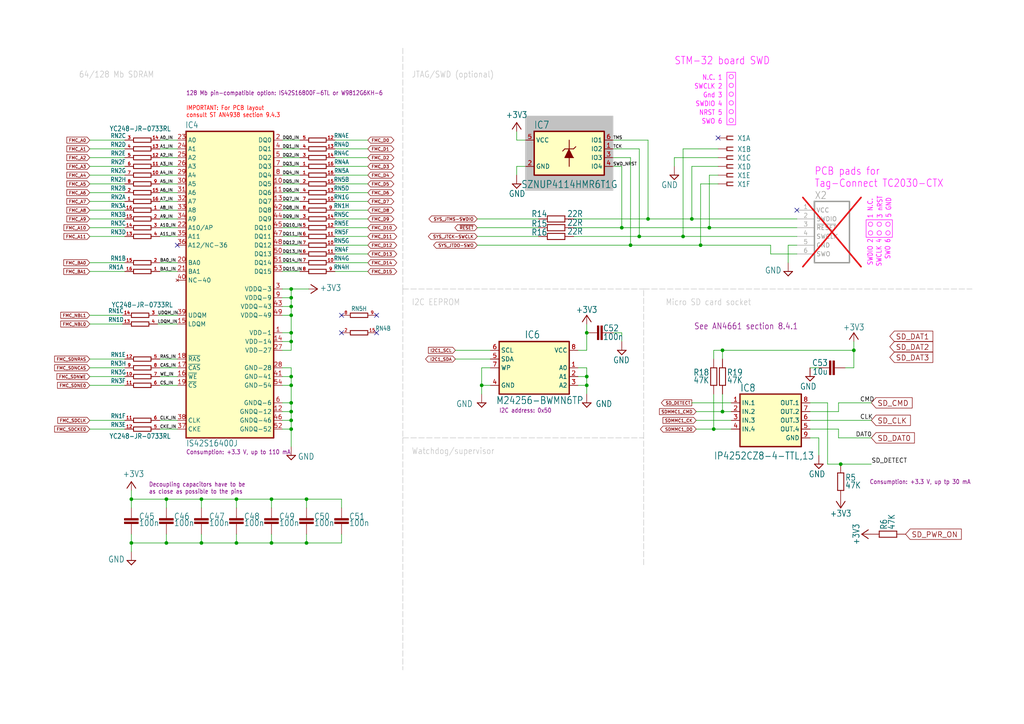
<source format=kicad_sch>
(kicad_sch (version 20230121) (generator eeschema)
  (paper "A4")
  (title_block (date "2023-12-07"))
  (junction (at 84.455 109.22))
  (junction (at 84.455 124.46))
  (junction (at 247.65 101.6))
  (junction (at 58.42 157.48))
  (junction (at 84.455 88.9))
  (junction (at 170.18 109.22))
  (junction (at 84.455 116.84))
  (junction (at 203.2 71.12))
  (junction (at 209.55 101.6))
  (junction (at 84.455 96.52))
  (junction (at 84.455 83.82))
  (junction (at 207.01 124.46))
  (junction (at 170.18 111.76))
  (junction (at 84.455 119.38))
  (junction (at 48.26 144.78))
  (junction (at 84.455 86.36))
  (junction (at 48.26 157.48))
  (junction (at 205.74 66.04))
  (junction (at 139.7 111.76))
  (junction (at 84.455 111.76))
  (junction (at 84.455 99.06))
  (junction (at 185.42 68.58))
  (junction (at 200.66 63.5))
  (junction (at 88.9 144.78))
  (junction (at 68.58 157.48))
  (junction (at 170.18 96.52))
  (junction (at 209.55 119.38))
  (junction (at 88.9 157.48))
  (junction (at 38.1 157.48))
  (junction (at 84.455 91.44))
  (junction (at 78.74 157.48))
  (junction (at 68.58 144.78))
  (junction (at 198.12 68.58))
  (junction (at 187.96 63.5))
  (junction (at 180.34 66.04))
  (junction (at 84.455 121.92))
  (junction (at 243.84 134.62))
  (junction (at 78.74 144.78))
  (junction (at 182.88 71.12))
  (junction (at 58.42 144.78))
  (junction (at 38.1 144.78))
  (no_connect (at 51.435 71.12))
  (no_connect (at 109.22 96.52))
  (no_connect (at 99.06 91.44))
  (no_connect (at 99.06 96.52))
  (no_connect (at 231.14 60.96))
  (no_connect (at 109.22 91.44))
  (no_connect (at 208.28 40.005))
  (wire (pts (xy 48.895 109.22) (xy 51.435 109.22)) (stroke (width 0.1524)))
  (wire (pts (xy 26.035 53.34) (xy 36.195 53.34)))
  (wire (pts (xy 46.355 48.26) (xy 51.435 48.26)) (stroke (width 0.1524)))
  (wire (pts (xy 48.26 157.48) (xy 48.26 154.94)) (stroke (width 0.1524)))
  (wire (pts (xy 106.68 45.72) (xy 97.155 45.72)) (stroke (width 0.1524)))
  (wire (pts (xy 167.64 109.22) (xy 170.18 109.22)) (stroke (width 0.1524)))
  (wire (pts (xy 46.355 45.72) (xy 51.435 45.72)) (stroke (width 0.1524)))
  (polyline (pts (xy 186.69 163.83) (xy 186.69 127)) (stroke (width 0.1524) (type dash) (color 194 194 194 1)))
  (wire (pts (xy 84.455 86.36) (xy 84.455 88.9)) (stroke (width 0.1524)))
  (wire (pts (xy 48.26 124.46) (xy 51.435 124.46)) (stroke (width 0.1524)))
  (wire (pts (xy 177.8 43.18) (xy 185.42 43.18)) (stroke (width 0.1524)))
  (wire (pts (xy 84.455 83.82) (xy 89.535 83.82)) (stroke (width 0.1524)))
  (wire (pts (xy 38.1 157.48) (xy 48.26 157.48)) (stroke (width 0.1524)))
  (wire (pts (xy 203.2 53.34) (xy 203.2 71.12)) (stroke (width 0.1524)))
  (wire (pts (xy 88.9 144.78) (xy 88.9 147.32)) (stroke (width 0.1524)))
  (wire (pts (xy 201.93 121.92) (xy 212.09 121.92)))
  (wire (pts (xy 247.65 106.68) (xy 245.11 106.68)) (stroke (width 0.1524)))
  (wire (pts (xy 177.8 45.72) (xy 182.88 45.72)) (stroke (width 0.1524)))
  (wire (pts (xy 81.915 83.82) (xy 84.455 83.82)) (stroke (width 0.1524)))
  (wire (pts (xy 46.355 50.8) (xy 51.435 50.8)) (stroke (width 0.1524)))
  (wire (pts (xy 86.995 73.66) (xy 81.915 73.66)) (stroke (width 0.1524)))
  (wire (pts (xy 106.68 50.8) (xy 97.155 50.8)) (stroke (width 0.1524)))
  (wire (pts (xy 106.68 76.2) (xy 97.155 76.2)) (stroke (width 0.1524)))
  (wire (pts (xy 195.58 45.72) (xy 195.58 48.26)) (stroke (width 0.1524)))
  (wire (pts (xy 86.995 53.34) (xy 81.915 53.34)) (stroke (width 0.1524)))
  (wire (pts (xy 45.72 93.98) (xy 51.435 93.98)) (stroke (width 0.1524)))
  (wire (pts (xy 46.355 66.04) (xy 51.435 66.04)) (stroke (width 0.1524)))
  (wire (pts (xy 106.68 63.5) (xy 97.155 63.5)) (stroke (width 0.1524)))
  (wire (pts (xy 86.995 58.42) (xy 81.915 58.42)) (stroke (width 0.1524)))
  (wire (pts (xy 46.355 40.64) (xy 51.435 40.64)))
  (wire (pts (xy 38.1 157.48) (xy 38.1 154.94)) (stroke (width 0.1524)))
  (wire (pts (xy 46.355 124.46) (xy 48.26 124.46)))
  (wire (pts (xy 106.68 73.66) (xy 97.155 73.66)) (stroke (width 0.1524)))
  (wire (pts (xy 223.52 73.66) (xy 231.14 73.66)) (stroke (width 0.1524)))
  (wire (pts (xy 209.55 119.38) (xy 212.09 119.38)))
  (wire (pts (xy 209.55 104.14) (xy 209.55 101.6)) (stroke (width 0.1524)))
  (wire (pts (xy 86.995 60.96) (xy 81.915 60.96)) (stroke (width 0.1524)))
  (wire (pts (xy 81.915 96.52) (xy 84.455 96.52)) (stroke (width 0.1524)))
  (wire (pts (xy 99.06 157.48) (xy 99.06 154.94)) (stroke (width 0.1524)))
  (wire (pts (xy 185.42 43.18) (xy 185.42 68.58)) (stroke (width 0.1524)))
  (wire (pts (xy 106.68 60.96) (xy 97.155 60.96)) (stroke (width 0.1524)))
  (wire (pts (xy 187.96 63.5) (xy 166.37 63.5)) (stroke (width 0.1524)))
  (wire (pts (xy 106.68 40.64) (xy 97.155 40.64)) (stroke (width 0.1524)))
  (wire (pts (xy 48.26 147.32) (xy 48.26 144.78)) (stroke (width 0.1524)))
  (wire (pts (xy 88.9 144.78) (xy 99.06 144.78)) (stroke (width 0.1524)))
  (wire (pts (xy 84.455 109.22) (xy 84.455 111.76)) (stroke (width 0.1524)))
  (wire (pts (xy 45.72 91.44) (xy 51.435 91.44)) (stroke (width 0.1524)))
  (wire (pts (xy 46.355 104.14) (xy 51.435 104.14)) (stroke (width 0.1524)))
  (wire (pts (xy 26.035 43.18) (xy 36.195 43.18)))
  (wire (pts (xy 106.68 53.34) (xy 97.155 53.34)) (stroke (width 0.1524)))
  (wire (pts (xy 86.995 68.58) (xy 81.915 68.58)) (stroke (width 0.1524)))
  (wire (pts (xy 84.455 99.06) (xy 84.455 101.6)) (stroke (width 0.1524)))
  (wire (pts (xy 177.8 96.52) (xy 180.34 96.52)) (stroke (width 0.1524)))
  (wire (pts (xy 252.73 116.84) (xy 243.205 116.84)))
  (wire (pts (xy 84.455 119.38) (xy 84.455 121.92)) (stroke (width 0.1524)))
  (wire (pts (xy 152.4 48.26) (xy 149.86 48.26)) (stroke (width 0.1524)))
  (wire (pts (xy 84.455 129.54) (xy 84.455 124.46)) (stroke (width 0.1524)))
  (wire (pts (xy 84.455 91.44) (xy 84.455 96.52)) (stroke (width 0.1524)))
  (wire (pts (xy 88.9 157.48) (xy 99.06 157.48)) (stroke (width 0.1524)))
  (wire (pts (xy 86.995 40.64) (xy 81.915 40.64)) (stroke (width 0.1524)))
  (wire (pts (xy 243.205 124.46) (xy 243.205 127)) (stroke (width 0.1524)))
  (wire (pts (xy 185.42 68.58) (xy 166.37 68.58)) (stroke (width 0.1524)))
  (wire (pts (xy 84.455 121.92) (xy 84.455 124.46)) (stroke (width 0.1524)))
  (wire (pts (xy 237.49 106.68) (xy 234.95 106.68)) (stroke (width 0.1524)))
  (wire (pts (xy 180.34 99.06) (xy 180.34 96.52)) (stroke (width 0.1524)))
  (wire (pts (xy 207.01 124.46) (xy 212.09 124.46)))
  (wire (pts (xy 198.12 43.18) (xy 198.12 68.58)) (stroke (width 0.1524)))
  (wire (pts (xy 203.2 71.12) (xy 182.88 71.12)) (stroke (width 0.1524)))
  (wire (pts (xy 26.035 63.5) (xy 36.195 63.5)))
  (wire (pts (xy 58.42 157.48) (xy 68.58 157.48)) (stroke (width 0.1524)))
  (wire (pts (xy 26.035 109.22) (xy 36.195 109.22)) (stroke (width 0.1524)))
  (wire (pts (xy 99.06 144.78) (xy 99.06 147.32)) (stroke (width 0.1524)))
  (wire (pts (xy 252.73 134.62) (xy 243.84 134.62)) (stroke (width 0.1524)))
  (wire (pts (xy 81.915 99.06) (xy 84.455 99.06)) (stroke (width 0.1524)))
  (wire (pts (xy 88.9 157.48) (xy 88.9 154.94)) (stroke (width 0.1524)))
  (wire (pts (xy 81.915 119.38) (xy 84.455 119.38)) (stroke (width 0.1524)))
  (wire (pts (xy 200.66 116.84) (xy 212.09 116.84)) (stroke (width 0.1524)))
  (polyline (pts (xy 116.84 127) (xy 186.69 127)) (stroke (width 0.1524) (type dash) (color 194 194 194 1)))
  (wire (pts (xy 81.915 109.22) (xy 84.455 109.22)) (stroke (width 0.1524)))
  (wire (pts (xy 26.035 124.46) (xy 36.195 124.46)) (stroke (width 0.1524)))
  (wire (pts (xy 26.035 111.76) (xy 36.195 111.76)) (stroke (width 0.1524)))
  (wire (pts (xy 149.86 40.64) (xy 149.86 38.1)) (stroke (width 0.1524)))
  (polyline (pts (xy 186.69 83.82) (xy 281.94 83.82)) (stroke (width 0.1524) (type dash) (color 194 194 194 1)))
  (wire (pts (xy 209.55 114.3) (xy 209.55 119.38)) (stroke (width 0.1524)))
  (wire (pts (xy 243.84 134.62) (xy 240.03 134.62)) (stroke (width 0.1524)))
  (wire (pts (xy 78.74 147.32) (xy 78.74 144.78)) (stroke (width 0.1524)))
  (wire (pts (xy 170.18 114.3) (xy 170.18 111.76)) (stroke (width 0.1524)))
  (wire (pts (xy 180.34 66.04) (xy 166.37 66.04)) (stroke (width 0.1524)))
  (wire (pts (xy 48.26 78.74) (xy 51.435 78.74)) (stroke (width 0.1524)))
  (wire (pts (xy 209.55 119.38) (xy 201.93 119.38)) (stroke (width 0.1524)))
  (wire (pts (xy 86.995 76.2) (xy 81.915 76.2)) (stroke (width 0.1524)))
  (wire (pts (xy 231.14 71.12) (xy 228.6 71.12)) (stroke (width 0.1524)))
  (wire (pts (xy 78.74 157.48) (xy 78.74 154.94)) (stroke (width 0.1524)))
  (wire (pts (xy 78.74 144.78) (xy 88.9 144.78)) (stroke (width 0.1524)))
  (wire (pts (xy 46.355 68.58) (xy 51.435 68.58)) (stroke (width 0.1524)))
  (wire (pts (xy 78.74 157.48) (xy 88.9 157.48)) (stroke (width 0.1524)))
  (wire (pts (xy 209.55 101.6) (xy 207.01 101.6)) (stroke (width 0.1524)))
  (polyline (pts (xy 116.84 83.82) (xy 116.84 127)) (stroke (width 0.1524) (type dash) (color 194 194 194 1)))
  (wire (pts (xy 207.01 124.46) (xy 201.93 124.46)) (stroke (width 0.1524)))
  (wire (pts (xy 81.915 116.84) (xy 84.455 116.84)) (stroke (width 0.1524)))
  (wire (pts (xy 26.035 60.96) (xy 36.195 60.96)))
  (wire (pts (xy 205.74 50.8) (xy 205.74 66.04)) (stroke (width 0.1524)))
  (wire (pts (xy 86.995 55.88) (xy 81.915 55.88)) (stroke (width 0.1524)))
  (wire (pts (xy 58.42 157.48) (xy 58.42 154.94)) (stroke (width 0.1524)))
  (wire (pts (xy 81.915 106.68) (xy 84.455 106.68)) (stroke (width 0.1524)))
  (wire (pts (xy 106.68 71.12) (xy 97.155 71.12)) (stroke (width 0.1524)))
  (wire (pts (xy 46.355 60.96) (xy 51.435 60.96)) (stroke (width 0.1524)))
  (wire (pts (xy 84.455 88.9) (xy 84.455 91.44)) (stroke (width 0.1524)))
  (wire (pts (xy 46.355 111.76) (xy 47.625 111.76)))
  (wire (pts (xy 86.995 50.8) (xy 81.915 50.8)) (stroke (width 0.1524)))
  (wire (pts (xy 68.58 144.78) (xy 78.74 144.78)) (stroke (width 0.1524)))
  (wire (pts (xy 106.68 43.18) (xy 97.155 43.18)) (stroke (width 0.1524)))
  (wire (pts (xy 26.035 68.58) (xy 36.195 68.58)))
  (wire (pts (xy 81.915 48.26) (xy 86.995 48.26)) (stroke (width 0.1524)))
  (wire (pts (xy 36.195 121.92) (xy 26.035 121.92)) (stroke (width 0.1524)))
  (wire (pts (xy 46.355 63.5) (xy 51.435 63.5)))
  (wire (pts (xy 234.95 124.46) (xy 243.205 124.46)))
  (wire (pts (xy 81.915 121.92) (xy 84.455 121.92)) (stroke (width 0.1524)))
  (wire (pts (xy 177.8 48.26) (xy 180.34 48.26)) (stroke (width 0.1524)))
  (wire (pts (xy 86.995 63.5) (xy 81.915 63.5)) (stroke (width 0.1524)))
  (wire (pts (xy 106.68 55.88) (xy 97.155 55.88)) (stroke (width 0.1524)))
  (wire (pts (xy 58.42 144.78) (xy 68.58 144.78)) (stroke (width 0.1524)))
  (wire (pts (xy 156.21 66.04) (xy 138.43 66.04)) (stroke (width 0.1524)))
  (wire (pts (xy 240.03 116.84) (xy 240.03 134.62)) (stroke (width 0.1524)))
  (wire (pts (xy 26.035 50.8) (xy 36.195 50.8)))
  (wire (pts (xy 208.28 45.72) (xy 195.58 45.72)) (stroke (width 0.1524)))
  (wire (pts (xy 84.455 116.84) (xy 84.455 119.38)) (stroke (width 0.1524)))
  (wire (pts (xy 38.1 160.02) (xy 38.1 157.48)) (stroke (width 0.1524)))
  (wire (pts (xy 48.26 144.78) (xy 58.42 144.78)) (stroke (width 0.1524)))
  (wire (pts (xy 205.74 66.04) (xy 180.34 66.04)) (stroke (width 0.1524)))
  (wire (pts (xy 68.58 157.48) (xy 68.58 154.94)) (stroke (width 0.1524)))
  (wire (pts (xy 97.155 48.26) (xy 106.68 48.26)) (stroke (width 0.1524)))
  (wire (pts (xy 170.18 101.6) (xy 167.64 101.6)) (stroke (width 0.1524)))
  (wire (pts (xy 139.7 106.68) (xy 139.7 111.76)) (stroke (width 0.1524)))
  (wire (pts (xy 84.455 124.46) (xy 81.915 124.46)) (stroke (width 0.1524)))
  (wire (pts (xy 142.24 104.14) (xy 132.08 104.14)) (stroke (width 0.1524)))
  (wire (pts (xy 209.55 101.6) (xy 247.65 101.6)) (stroke (width 0.1524)))
  (wire (pts (xy 170.18 93.98) (xy 170.18 96.52)) (stroke (width 0.1524)))
  (wire (pts (xy 247.65 101.6) (xy 247.65 99.06)) (stroke (width 0.1524)))
  (wire (pts (xy 26.035 55.88) (xy 36.195 55.88)))
  (wire (pts (xy 26.035 40.64) (xy 36.195 40.64)))
  (wire (pts (xy 46.355 106.68) (xy 51.435 106.68)) (stroke (width 0.1524)))
  (wire (pts (xy 170.18 111.76) (xy 167.64 111.76)) (stroke (width 0.1524)))
  (wire (pts (xy 81.915 88.9) (xy 84.455 88.9)) (stroke (width 0.1524)))
  (wire (pts (xy 81.915 86.36) (xy 84.455 86.36)) (stroke (width 0.1524)))
  (wire (pts (xy 208.28 43.18) (xy 198.12 43.18)) (stroke (width 0.1524)))
  (wire (pts (xy 86.995 43.18) (xy 81.915 43.18)) (stroke (width 0.1524)))
  (wire (pts (xy 26.035 45.72) (xy 36.195 45.72)))
  (wire (pts (xy 106.68 58.42) (xy 97.155 58.42)) (stroke (width 0.1524)))
  (wire (pts (xy 180.34 48.26) (xy 180.34 66.04)) (stroke (width 0.1524)))
  (wire (pts (xy 234.95 121.92) (xy 252.73 121.92)) (stroke (width 0.1524)))
  (wire (pts (xy 243.205 119.38) (xy 234.95 119.38)))
  (wire (pts (xy 177.8 40.64) (xy 187.96 40.64)) (stroke (width 0.1524)))
  (wire (pts (xy 26.035 104.14) (xy 36.195 104.14)) (stroke (width 0.1524)))
  (wire (pts (xy 26.035 66.04) (xy 36.195 66.04)))
  (polyline (pts (xy 186.69 127) (xy 186.69 83.82)) (stroke (width 0.1524) (type dash) (color 194 194 194 1)))
  (wire (pts (xy 36.195 106.68) (xy 26.035 106.68)) (stroke (width 0.1524)))
  (wire (pts (xy 231.14 63.5) (xy 200.66 63.5)) (stroke (width 0.1524)))
  (wire (pts (xy 86.995 78.74) (xy 81.915 78.74)) (stroke (width 0.1524)))
  (wire (pts (xy 46.355 53.34) (xy 51.435 53.34)) (stroke (width 0.1524)))
  (wire (pts (xy 68.58 157.48) (xy 78.74 157.48)) (stroke (width 0.1524)))
  (wire (pts (xy 106.68 78.74) (xy 97.155 78.74)) (stroke (width 0.1524)))
  (wire (pts (xy 35.56 93.98) (xy 26.035 93.98)) (stroke (width 0.1524)))
  (wire (pts (xy 46.355 109.22) (xy 48.895 109.22)))
  (wire (pts (xy 149.86 48.26) (xy 149.86 50.8)) (stroke (width 0.1524)))
  (wire (pts (xy 35.56 91.44) (xy 26.035 91.44)) (stroke (width 0.1524)))
  (wire (pts (xy 142.24 101.6) (xy 132.08 101.6)) (stroke (width 0.1524)))
  (wire (pts (xy 26.035 58.42) (xy 36.195 58.42)))
  (wire (pts (xy 84.455 101.6) (xy 81.915 101.6)) (stroke (width 0.1524)))
  (wire (pts (xy 38.1 144.78) (xy 38.1 142.24)) (stroke (width 0.1524)))
  (wire (pts (xy 207.01 101.6) (xy 207.01 104.14)) (stroke (width 0.1524)))
  (wire (pts (xy 207.01 114.3) (xy 207.01 124.46)) (stroke (width 0.1524)))
  (wire (pts (xy 86.995 45.72) (xy 81.915 45.72)) (stroke (width 0.1524)))
  (wire (pts (xy 47.625 111.76) (xy 51.435 111.76)) (stroke (width 0.1524)))
  (wire (pts (xy 208.28 53.34) (xy 203.2 53.34)) (stroke (width 0.1524)))
  (wire (pts (xy 58.42 147.32) (xy 58.42 144.78)) (stroke (width 0.1524)))
  (wire (pts (xy 84.455 96.52) (xy 84.455 99.06)) (stroke (width 0.1524)))
  (wire (pts (xy 84.455 111.76) (xy 84.455 116.84)) (stroke (width 0.1524)))
  (wire (pts (xy 86.995 66.04) (xy 81.915 66.04)) (stroke (width 0.1524)))
  (wire (pts (xy 231.14 68.58) (xy 198.12 68.58)) (stroke (width 0.1524)))
  (wire (pts (xy 152.4 40.64) (xy 149.86 40.64)) (stroke (width 0.1524)))
  (wire (pts (xy 156.21 68.58) (xy 138.43 68.58)) (stroke (width 0.1524)))
  (wire (pts (xy 203.2 71.12) (xy 223.52 71.12)) (stroke (width 0.1524)))
  (polyline (pts (xy 116.84 83.82) (xy 186.69 83.82)) (stroke (width 0.1524) (type dash) (color 194 194 194 1)))
  (wire (pts (xy 170.18 106.68) (xy 170.18 109.22)) (stroke (width 0.1524)))
  (wire (pts (xy 48.26 157.48) (xy 58.42 157.48)) (stroke (width 0.1524)))
  (wire (pts (xy 142.24 111.76) (xy 139.7 111.76)) (stroke (width 0.1524)))
  (wire (pts (xy 106.68 66.04) (xy 97.155 66.04)) (stroke (width 0.1524)))
  (wire (pts (xy 38.1 144.78) (xy 48.26 144.78)) (stroke (width 0.1524)))
  (wire (pts (xy 84.455 106.68) (xy 84.455 109.22)) (stroke (width 0.1524)))
  (wire (pts (xy 26.035 78.74) (xy 36.195 78.74)) (stroke (width 0.1524)))
  (wire (pts (xy 182.88 71.12) (xy 138.43 71.12)) (stroke (width 0.1524)))
  (wire (pts (xy 84.455 83.82) (xy 84.455 86.36)) (stroke (width 0.1524)))
  (polyline (pts (xy 116.84 127) (xy 116.84 194.31)) (stroke (width 0.1524) (type dash) (color 194 194 194 1)))
  (polyline (pts (xy 116.84 13.97) (xy 116.84 83.82)) (stroke (width 0.1524) (type dash) (color 194 194 194 1)))
  (wire (pts (xy 200.66 63.5) (xy 187.96 63.5)) (stroke (width 0.1524)))
  (wire (pts (xy 139.7 106.68) (xy 142.24 106.68)) (stroke (width 0.1524)))
  (wire (pts (xy 247.65 106.68) (xy 247.65 101.6)) (stroke (width 0.1524)))
  (wire (pts (xy 234.95 127) (xy 237.49 127)) (stroke (width 0.1524)))
  (wire (pts (xy 237.49 127) (xy 237.49 132.08)) (stroke (width 0.1524)))
  (wire (pts (xy 252.73 127) (xy 243.205 127)) (stroke (width 0.1524)))
  (wire (pts (xy 234.95 116.84) (xy 240.03 116.84)) (stroke (width 0.1524)))
  (wire (pts (xy 198.12 68.58) (xy 185.42 68.58)) (stroke (width 0.1524)))
  (wire (pts (xy 208.28 48.26) (xy 200.66 48.26)) (stroke (width 0.1524)))
  (wire (pts (xy 139.7 111.76) (xy 139.7 114.3)) (stroke (width 0.1524)))
  (wire (pts (xy 228.6 71.12) (xy 228.6 76.2)) (stroke (width 0.1524)))
  (wire (pts (xy 170.18 109.22) (xy 170.18 111.76)) (stroke (width 0.1524)))
  (wire (pts (xy 46.355 55.88) (xy 51.435 55.88)))
  (wire (pts (xy 243.205 116.84) (xy 243.205 119.38)))
  (wire (pts (xy 46.355 43.18) (xy 51.435 43.18)))
  (wire (pts (xy 38.1 147.32) (xy 38.1 144.78)) (stroke (width 0.1524)))
  (wire (pts (xy 26.035 76.2) (xy 36.195 76.2)) (stroke (width 0.1524)))
  (wire (pts (xy 81.915 111.76) (xy 84.455 111.76)) (stroke (width 0.1524)))
  (wire (pts (xy 200.66 48.26) (xy 200.66 63.5)) (stroke (width 0.1524)))
  (wire (pts (xy 46.355 58.42) (xy 51.435 58.42)))
  (wire (pts (xy 81.915 91.44) (xy 84.455 91.44)) (stroke (width 0.1524)))
  (wire (pts (xy 167.64 106.68) (xy 170.18 106.68)) (stroke (width 0.1524)))
  (wire (pts (xy 182.88 45.72) (xy 182.88 71.12)) (stroke (width 0.1524)))
  (wire (pts (xy 223.52 71.12) (xy 223.52 73.66)) (stroke (width 0.1524)))
  (wire (pts (xy 68.58 147.32) (xy 68.58 144.78)) (stroke (width 0.1524)))
  (wire (pts (xy 46.355 76.2) (xy 51.435 76.2)) (stroke (width 0.1524)))
  (wire (pts (xy 156.21 63.5) (xy 138.43 63.5)) (stroke (width 0.1524)))
  (wire (pts (xy 208.28 50.8) (xy 205.74 50.8)) (stroke (width 0.1524)))
  (wire (pts (xy 46.355 121.92) (xy 51.435 121.92)) (stroke (width 0.1524)))
  (wire (pts (xy 187.96 40.64) (xy 187.96 63.5)) (stroke (width 0.1524)))
  (wire (pts (xy 26.035 48.26) (xy 36.195 48.26)))
  (wire (pts (xy 170.18 96.52) (xy 170.18 101.6)) (stroke (width 0.1524)))
  (wire (pts (xy 106.68 68.58) (xy 97.155 68.58)) (stroke (width 0.1524)))
  (wire (pts (xy 205.74 66.04) (xy 231.14 66.04)) (stroke (width 0.1524)))
  (wire (pts (xy 86.995 71.12) (xy 81.915 71.12)) (stroke (width 0.1524)))
  (wire (pts (xy 46.355 78.74) (xy 48.26 78.74)))
  (rectangle (start 251.206 63.754) (end 258.826 68.834) (stroke (width 0) (color 255 0 255 1)))
  (circle (center 212.09 22.225) (radius 0.635) (stroke (width 0.1524) (color 255 0 255 1)))
  (rectangle (start 210.82 20.955) (end 213.36 36.195) (stroke (width 0) (color 255 0 255 1)))
  (circle (center 212.09 29.845) (radius 0.635) (stroke (width 0.1524) (color 255 0 255 1)))
  (circle (center 212.09 24.765) (radius 0.635) (stroke (width 0.1524) (color 255 0 255 1)))
  (circle (center 255.016 65.024) (radius 0.635) (stroke (width 0.1524) (color 255 0 255 1)))
  (circle (center 255.016 67.564) (radius 0.635) (stroke (width 0.1524) (color 255 0 255 1)))
  (circle (center 257.556 67.564) (radius 0.635) (stroke (width 0.1524) (color 255 0 255 1)))
  (circle (center 212.09 32.385) (radius 0.635) (stroke (width 0.1524) (color 255 0 255 1)))
  (circle (center 252.476 67.564) (radius 0.635) (stroke (width 0.1524) (color 255 0 255 1)))
  (rectangle (start 152.4 33.655) (end 177.8 55.245) (stroke (width 0) (color 194 194 194 1)) (fill (type color) (color 194 194 194 1)))
  (circle (center 257.556 65.024) (radius 0.635) (stroke (width 0.1524) (color 255 0 255 1)))
  (circle (center 212.09 34.925) (radius 0.635) (stroke (width 0.1524) (color 255 0 255 1)))
  (circle (center 212.09 27.305) (radius 0.635) (stroke (width 0.1524) (color 255 0 255 1)))
  (circle (center 252.476 65.024) (radius 0.635) (stroke (width 0.1524) (color 255 0 255 1)))
  (text "Watchdog/supervisor" (at 119.38 132.08 0) (effects (font (size 1.778 1.5113)) (justify left bottom)))
  (text "Consumption: +3.3 V, up tp 30 mA" (at 252.222 140.716 0) (effects (font (size 1.27 1.0795)) (justify left bottom)))
  (text "SWDIO 2" (at 253.238 69.342 90) (effects (font (size 1.4224 1.209)) (justify right bottom)))
  (text "NRST 5" (at 209.55 33.655 0) (effects (font (size 1.4224 1.209)) (justify right bottom)))
  (text "SWDIO 4" (at 209.55 31.115 0) (effects (font (size 1.4224 1.209)) (justify right bottom)))
  (text "Micro SD card socket" (at 193.04 88.9 0) (effects (font (size 1.778 1.5113)) (justify left bottom)))
  (text "64/128 Mb SDRAM" (at 22.86 22.86 0) (effects (font (size 1.778 1.5113)) (justify left bottom)))
  (text "1 N.C." (at 253.238 57.658 90) (effects (font (size 1.4224 1.209)) (justify right bottom)))
  (text "Gnd 3" (at 209.55 28.575 0) (effects (font (size 1.4224 1.209)) (justify right bottom)))
  (text "I2C EEPROM" (at 119.38 88.9 0) (effects (font (size 1.778 1.5113)) (justify left bottom)))
  (text "SWO 6" (at 209.55 36.195 0) (effects (font (size 1.4224 1.209)) (justify right bottom)))
  (text "Consumption: +3.3 V, up to 110 mA" (at 53.975 132.08 0) (effects (font (size 1.27 1.0795)) (justify left bottom)))
  (text "PCB pads for\nTag-Connect TC2030-CTX" (at 236.22 54.61 0) (effects (font (size 2.1844 1.8567)) (justify left bottom)))
  (text "IMPORTANT: For PCB layout\nconsult ST AN4938 section 9.4.3" (at 53.975 34.29 0) (effects (font (size 1.27 1.0795)) (justify left bottom)))
  (text "3 nRST" (at 256.032 56.896 90) (effects (font (size 1.4224 1.209)) (justify right bottom)))
  (text "5 GND" (at 258.572 57.404 90) (effects (font (size 1.4224 1.209)) (justify right bottom)))
  (text "128 Mb pin-compatible option: IS42S16800F-6TL or W9812G6KH-6" (at 53.975 27.94 0) (effects (font (size 1.27 1.0795)) (justify left bottom)))
  (text "SWCLK 2" (at 209.55 26.035 0) (effects (font (size 1.4224 1.209)) (justify right bottom)))
  (text "STM-32 board SWD" (at 195.58 19.05 0) (effects (font (size 2.1844 1.8567)) (justify left bottom)))
  (text "N.C. 1" (at 209.55 23.495 0) (effects (font (size 1.4224 1.209)) (justify right bottom)))
  (text "SWCLK 4" (at 255.778 69.342 90) (effects (font (size 1.4224 1.209)) (justify right bottom)))
  (text "See AN4661 section 8.4.1" (at 201.295 95.885 0) (effects (font (size 1.778 1.5113)) (justify left bottom)))
  (text "SWO 6" (at 258.318 69.342 90) (effects (font (size 1.4224 1.209)) (justify right bottom)))
  (text "Decoupling capacitors have to be\nas close as possible to the pins" (at 43.18 143.51 0) (effects (font (size 1.27 1.0795)) (justify left bottom)))
  (text "I2C address: 0x50" (at 144.78 120.015 0) (effects (font (size 1.27 1.0795)) (justify left bottom)))
  (text "JTAG/SWD (optional)" (at 119.38 22.86 0) (effects (font (size 1.778 1.5113)) (justify left bottom)))
  (label "CLK_IN" (at 46.355 121.92 0) (effects (font (size 0.889 0.889))))
  (label "UDQM_IN" (at 45.72 91.44 0) (effects (font (size 0.889 0.889))))
  (label "WE_IN" (at 46.355 109.22 0) (effects (font (size 0.889 0.889))))
  (label "DQ9_IN" (at 81.915 63.5 0) (effects (font (size 0.889 0.889))))
  (label "DQ6_IN" (at 81.915 55.88 0) (effects (font (size 0.889 0.889))))
  (label "BA1_IN" (at 46.355 78.74 0) (effects (font (size 0.889 0.889))))
  (label "A0_IN" (at 46.355 40.64 0) (effects (font (size 0.889 0.889))))
  (label "A6_IN" (at 46.355 55.88 0) (effects (font (size 0.889 0.889))))
  (label "DQ2_IN" (at 81.915 45.72 0) (effects (font (size 0.889 0.889))))
  (label "A3_IN" (at 46.355 48.26 0) (effects (font (size 0.889 0.889))))
  (label "A2_IN" (at 46.355 45.72 0) (effects (font (size 0.889 0.889))))
  (label "DQ10_IN" (at 81.915 66.04 0) (effects (font (size 0.889 0.889))))
  (label "DQ15_IN" (at 81.915 78.74 0) (effects (font (size 0.889 0.889))))
  (label "A7_IN" (at 46.355 58.42 0) (effects (font (size 0.889 0.889))))
  (label "CMD" (at 249.428 116.84 0))
  (label "A11_IN" (at 46.355 68.58 0) (effects (font (size 0.889 0.889))))
  (label "CS_IN" (at 46.355 111.76 0) (effects (font (size 0.889 0.889))))
  (label "CKE_IN" (at 46.355 124.46 0) (effects (font (size 0.889 0.889))))
  (label "DQ3_IN" (at 81.915 48.26 0) (effects (font (size 0.889 0.889))))
  (label "RAS_IN" (at 46.355 104.14 0) (effects (font (size 0.889 0.889))))
  (label "DQ13_IN" (at 81.915 73.66 0) (effects (font (size 0.889 0.889))))
  (label "DQ4_IN" (at 81.915 50.8 0) (effects (font (size 0.889 0.889))))
  (label "DQ5_IN" (at 81.915 53.34 0) (effects (font (size 0.889 0.889))))
  (label "DQ8_IN" (at 81.915 60.96 0) (effects (font (size 0.889 0.889))))
  (label "SWD_NRST" (at 177.8 48.26 0) (effects (font (size 0.889 0.889))))
  (label "TMS" (at 177.8 40.64 0) (effects (font (size 0.889 0.889))))
  (label "A1_IN" (at 46.355 43.18 0) (effects (font (size 0.889 0.889))))
  (label "DQ0_IN" (at 81.915 40.64 0) (effects (font (size 0.889 0.889))))
  (label "A4_IN" (at 46.355 50.8 0) (effects (font (size 0.889 0.889))))
  (label "A5_IN" (at 46.355 53.34 0) (effects (font (size 0.889 0.889))))
  (label "LDQM_IN" (at 45.72 93.98 0) (effects (font (size 0.889 0.889))))
  (label "SD_DETECT" (at 252.73 134.62 0))
  (label "CAS_IN" (at 46.355 106.68 0) (effects (font (size 0.889 0.889))))
  (label "DAT0" (at 248.158 127 0))
  (label "DQ12_IN" (at 81.915 71.12 0) (effects (font (size 0.889 0.889))))
  (label "BA0_IN" (at 46.355 76.2 0) (effects (font (size 0.889 0.889))))
  (label "DQ7_IN" (at 81.915 58.42 0) (effects (font (size 0.889 0.889))))
  (label "A9_IN" (at 46.355 63.5 0) (effects (font (size 0.889 0.889))))
  (label "DQ14_IN" (at 81.915 76.2 0) (effects (font (size 0.889 0.889))))
  (label "TCK" (at 177.8 43.18 0) (effects (font (size 0.889 0.889))))
  (label "A10_IN" (at 46.355 66.04 0) (effects (font (size 0.889 0.889))))
  (label "A8_IN" (at 46.355 60.96 0) (effects (font (size 0.889 0.889))))
  (label "CLK" (at 249.428 121.92 0))
  (label "DQ11_IN" (at 81.915 68.58 0) (effects (font (size 0.889 0.889))))
  (label "DQ1_IN" (at 81.915 43.18 0) (effects (font (size 0.889 0.889))))
  (global_label "FMC_A2" (shape input) (at 26.035 45.72 180) (effects (font (size 0.889 0.889))) (property "Intersheetrefs" "${INTERSHEET_REFS}" (effects hide)))
  (global_label "FMC_NBL0" (shape input) (at 26.035 93.98 180) (effects (font (size 0.889 0.889))) (property "Intersheetrefs" "${INTERSHEET_REFS}" (effects hide)))
  (global_label "FMC_A0" (shape input) (at 26.035 40.64 180) (effects (font (size 0.889 0.889))) (property "Intersheetrefs" "${INTERSHEET_REFS}" (effects hide)))
  (global_label "FMC_D5" (shape bidirectional) (at 106.68 53.34 0) (effects (font (size 0.889 0.889))) (property "Intersheetrefs" "${INTERSHEET_REFS}" (effects hide)))
  (global_label "FMC_A3" (shape input) (at 26.035 48.26 180) (effects (font (size 0.889 0.889))) (property "Intersheetrefs" "${INTERSHEET_REFS}" (effects hide)))
  (global_label "FMC_BA0" (shape input) (at 26.035 76.2 180) (effects (font (size 0.889 0.889))) (property "Intersheetrefs" "${INTERSHEET_REFS}" (effects hide)))
  (global_label "FMC_D7" (shape bidirectional) (at 106.68 58.42 0) (effects (font (size 0.889 0.889))) (property "Intersheetrefs" "${INTERSHEET_REFS}" (effects hide)))
  (global_label "SDMMC1_CMD" (shape input) (at 201.93 119.38 180) (effects (font (size 0.889 0.889))) (property "Intersheetrefs" "${INTERSHEET_REFS}" (effects hide)))
  (global_label "FMC_A9" (shape input) (at 26.035 63.5 180) (effects (font (size 0.889 0.889))) (property "Intersheetrefs" "${INTERSHEET_REFS}" (effects hide)))
  (global_label "SD_PWR_ON" (shape input) (at 262.636 154.94 0) (effects (font (size 1.524 1.524))) (property "Intersheetrefs" "${INTERSHEET_REFS}" (effects hide)))
  (global_label "FMC_A5" (shape input) (at 26.035 53.34 180) (effects (font (size 0.889 0.889))) (property "Intersheetrefs" "${INTERSHEET_REFS}" (effects hide)))
  (global_label "SD_CLK" (shape input) (at 252.73 121.92 0) (effects (font (size 1.524 1.524))) (property "Intersheetrefs" "${INTERSHEET_REFS}" (effects hide)))
  (global_label "SD_DAT0" (shape input) (at 252.73 127 0) (effects (font (size 1.524 1.524))) (property "Intersheetrefs" "${INTERSHEET_REFS}" (effects hide)))
  (global_label "FMC_D14" (shape bidirectional) (at 106.68 76.2 0) (effects (font (size 0.889 0.889))) (property "Intersheetrefs" "${INTERSHEET_REFS}" (effects hide)))
  (global_label "FMC_NBL1" (shape input) (at 26.035 91.44 180) (effects (font (size 0.889 0.889))) (property "Intersheetrefs" "${INTERSHEET_REFS}" (effects hide)))
  (global_label "FMC_SDCLK" (shape input) (at 26.035 121.92 180) (effects (font (size 0.889 0.889))) (property "Intersheetrefs" "${INTERSHEET_REFS}" (effects hide)))
  (global_label "SYS_JTMS-SWDIO" (shape bidirectional) (at 138.43 63.5 180) (effects (font (size 0.889 0.889))) (property "Intersheetrefs" "${INTERSHEET_REFS}" (effects hide)))
  (global_label "SD_CMD" (shape input) (at 252.73 116.84 0) (effects (font (size 1.524 1.524))) (property "Intersheetrefs" "${INTERSHEET_REFS}" (effects hide)))
  (global_label "FMC_D15" (shape bidirectional) (at 106.68 78.74 0) (effects (font (size 0.889 0.889))) (property "Intersheetrefs" "${INTERSHEET_REFS}" (effects hide)))
  (global_label "FMC_D2" (shape bidirectional) (at 106.68 45.72 0) (effects (font (size 0.889 0.889))) (property "Intersheetrefs" "${INTERSHEET_REFS}" (effects hide)))
  (global_label "FMC_A7" (shape input) (at 26.035 58.42 180) (effects (font (size 0.889 0.889))) (property "Intersheetrefs" "${INTERSHEET_REFS}" (effects hide)))
  (global_label "SDMMC1_D0" (shape bidirectional) (at 201.93 124.46 180) (effects (font (size 0.889 0.889))) (property "Intersheetrefs" "${INTERSHEET_REFS}" (effects hide)))
  (global_label "SD_DAT1" (shape input) (at 258.064 97.536 0) (effects (font (size 1.524 1.524))) (property "Intersheetrefs" "${INTERSHEET_REFS}" (effects hide)))
  (global_label "SD_DAT2" (shape input) (at 258.064 100.584 0) (effects (font (size 1.524 1.524))) (property "Intersheetrefs" "${INTERSHEET_REFS}" (effects hide)))
  (global_label "FMC_D1" (shape bidirectional) (at 106.68 43.18 0) (effects (font (size 0.889 0.889))) (property "Intersheetrefs" "${INTERSHEET_REFS}" (effects hide)))
  (global_label "FMC_D11" (shape bidirectional) (at 106.68 68.58 0) (effects (font (size 0.889 0.889))) (property "Intersheetrefs" "${INTERSHEET_REFS}" (effects hide)))
  (global_label "~{RESET}" (shape bidirectional) (at 138.43 66.04 180) (effects (font (size 0.889 0.889))) (property "Intersheetrefs" "${INTERSHEET_REFS}" (effects hide)))
  (global_label "FMC_D0" (shape bidirectional) (at 106.68 40.64 0) (effects (font (size 0.889 0.889))) (property "Intersheetrefs" "${INTERSHEET_REFS}" (effects hide)))
  (global_label "SD_DAT3" (shape input) (at 258.064 103.632 0) (effects (font (size 1.524 1.524))) (property "Intersheetrefs" "${INTERSHEET_REFS}" (effects hide)))
  (global_label "SD_DETECT" (shape output) (at 200.66 116.84 180) (effects (font (size 0.889 0.889))) (property "Intersheetrefs" "${INTERSHEET_REFS}" (effects hide)))
  (global_label "FMC_A8" (shape input) (at 26.035 60.96 180) (effects (font (size 0.889 0.889))) (property "Intersheetrefs" "${INTERSHEET_REFS}" (effects hide)))
  (global_label "FMC_D13" (shape bidirectional) (at 106.68 73.66 0) (effects (font (size 0.889 0.889))) (property "Intersheetrefs" "${INTERSHEET_REFS}" (effects hide)))
  (global_label "FMC_D8" (shape bidirectional) (at 106.68 60.96 0) (effects (font (size 0.889 0.889))) (property "Intersheetrefs" "${INTERSHEET_REFS}" (effects hide)))
  (global_label "FMC_SDNRAS" (shape input) (at 26.035 104.14 180) (effects (font (size 0.889 0.889))) (property "Intersheetrefs" "${INTERSHEET_REFS}" (effects hide)))
  (global_label "FMC_D4" (shape bidirectional) (at 106.68 50.8 0) (effects (font (size 0.889 0.889))) (property "Intersheetrefs" "${INTERSHEET_REFS}" (effects hide)))
  (global_label "FMC_SDNCAS" (shape input) (at 26.035 106.68 180) (effects (font (size 0.889 0.889))) (property "Intersheetrefs" "${INTERSHEET_REFS}" (effects hide)))
  (global_label "I2C1_SDA" (shape bidirectional) (at 132.08 104.14 180) (effects (font (size 0.889 0.889))) (property "Intersheetrefs" "${INTERSHEET_REFS}" (effects hide)))
  (global_label "FMC_D6" (shape bidirectional) (at 106.68 55.88 0) (effects (font (size 0.889 0.889))) (property "Intersheetrefs" "${INTERSHEET_REFS}" (effects hide)))
  (global_label "SDMMC1_CK" (shape input) (at 201.93 121.92 180) (effects (font (size 0.889 0.889))) (property "Intersheetrefs" "${INTERSHEET_REFS}" (effects hide)))
  (global_label "FMC_D9" (shape bidirectional) (at 106.68 63.5 0) (effects (font (size 0.889 0.889))) (property "Intersheetrefs" "${INTERSHEET_REFS}" (effects hide)))
  (global_label "FMC_A10" (shape input) (at 26.035 66.04 180) (effects (font (size 0.889 0.889))) (property "Intersheetrefs" "${INTERSHEET_REFS}" (effects hide)))
  (global_label "FMC_SDNWE" (shape input) (at 26.035 109.22 180) (effects (font (size 0.889 0.889))) (property "Intersheetrefs" "${INTERSHEET_REFS}" (effects hide)))
  (global_label "FMC_A11" (shape input) (at 26.035 68.58 180) (effects (font (size 0.889 0.889))) (property "Intersheetrefs" "${INTERSHEET_REFS}" (effects hide)))
  (global_label "FMC_SDNE0" (shape input) (at 26.035 111.76 180) (effects (font (size 0.889 0.889))) (property "Intersheetrefs" "${INTERSHEET_REFS}" (effects hide)))
  (global_label "FMC_D12" (shape bidirectional) (at 106.68 71.12 0) (effects (font (size 0.889 0.889))) (property "Intersheetrefs" "${INTERSHEET_REFS}" (effects hide)))
  (global_label "FMC_A6" (shape input) (at 26.035 55.88 180) (effects (font (size 0.889 0.889))) (property "Intersheetrefs" "${INTERSHEET_REFS}" (effects hide)))
  (global_label "FMC_SDCKE0" (shape input) (at 26.035 124.46 180) (effects (font (size 0.889 0.889))) (property "Intersheetrefs" "${INTERSHEET_REFS}" (effects hide)))
  (global_label "SYS_JTDO-SWO" (shape bidirectional) (at 138.43 71.12 180) (effects (font (size 0.889 0.889))) (property "Intersheetrefs" "${INTERSHEET_REFS}" (effects hide)))
  (global_label "FMC_BA1" (shape input) (at 26.035 78.74 180) (effects (font (size 0.889 0.889))) (property "Intersheetrefs" "${INTERSHEET_REFS}" (effects hide)))
  (global_label "FMC_A4" (shape input) (at 26.035 50.8 180) (effects (font (size 0.889 0.889))) (property "Intersheetrefs" "${INTERSHEET_REFS}" (effects hide)))
  (global_label "FMC_A1" (shape input) (at 26.035 43.18 180) (effects (font (size 0.889 0.889))) (property "Intersheetrefs" "${INTERSHEET_REFS}" (effects hide)))
  (global_label "SYS_JTCK-SWCLK" (shape bidirectional) (at 138.43 68.58 180) (effects (font (size 0.889 0.889))) (property "Intersheetrefs" "${INTERSHEET_REFS}" (effects hide)))
  (global_label "FMC_D3" (shape bidirectional) (at 106.68 48.26 0) (effects (font (size 0.889 0.889))) (property "Intersheetrefs" "${INTERSHEET_REFS}" (effects hide)))
  (global_label "I2C1_SCL" (shape input) (at 132.08 101.6 180) (effects (font (size 0.889 0.889))) (property "Intersheetrefs" "${INTERSHEET_REFS}" (effects hide)))
  (global_label "FMC_D10" (shape bidirectional) (at 106.68 66.04 0) (effects (font (size 0.889 0.889))) (property "Intersheetrefs" "${INTERSHEET_REFS}" (effects hide)))
  (symbol (lib_id "Library:EXB2HV") (at 92.075 78.74 0) (unit 8)
    (property "Reference" "RN4" (at 99.06 77.47 0) (effects (font (size 1.27 1.0795))))
    (property "Value" "YC248-JR-0733RL" (effects hide))
    (property "Footprint" "Library:RES_YC248_4X1P6_YAG-M" (effects hide))
  )
  (symbol (lib_id "Library:EXB2HV") (at 104.14 96.52 0) (unit 2)
    (property "Reference" "RN4" (at 111.125 95.25 0) (effects (font (size 1.27 1.0795))))
    (property "Value" "YC248-JR-0733RL" (effects hide))
    (property "Footprint" "Library:RES_YC248_4X1P6_YAG-M" (effects hide))
  )
  (symbol (lib_id "Library:Envox_C-EUC0402") (at 88.9 149.86 0) (unit 1)
    (property "Reference" "C50" (at 91.059 150.749 0) (effects (font (size 1.778 1.5113)) (justify left bottom)))
    (property "Value" "100n" (at 91.059 152.654 0) (effects (font (size 1.778 1.5113)) (justify left bottom)))
    (property "Footprint" "Library:C_0402_1005Metric" (effects hide))
  )
  (symbol (lib_id "Library:Envox_C-EUC0402") (at 58.42 149.86 0) (unit 1)
    (property "Reference" "C47" (at 60.579 150.749 0) (effects (font (size 1.778 1.5113)) (justify left bottom)))
    (property "Value" "100n" (at 60.579 152.654 0) (effects (font (size 1.778 1.5113)) (justify left bottom)))
    (property "Footprint" "Library:C_0402_1005Metric" (effects hide))
  )
  (symbol (lib_id "Library:EXB2HV") (at 41.275 106.68 180) (unit 8)
    (property "Reference" "RN3" (at 34.29 105.41 0) (effects (font (size 1.27 1.0795))))
    (property "Value" "YC248-JR-0733RL" (effects hide))
    (property "Footprint" "Library:RES_YC248_4X1P6_YAG-M" (effects hide))
  )
  (symbol (lib_id "Library:Envox_R-EU_R0402") (at 161.29 63.5 0) (unit 1)
    (property "Reference" "R14" (at 158.75 62.992 0) (effects (font (size 1.778 1.5113)) (justify right bottom)))
    (property "Value" "22R" (at 164.465 62.992 0) (effects (font (size 1.778 1.5113)) (justify left bottom)))
    (property "Footprint" "Library:R_0402_1005Metric" (effects hide))
  )
  (symbol (lib_id "Library:EXB2HV") (at 92.075 53.34 0) (unit 2)
    (property "Reference" "RN5" (at 99.06 52.07 0) (effects (font (size 1.27 1.0795))))
    (property "Value" "YC248-JR-0733RL" (effects hide))
    (property "Footprint" "Library:RES_YC248_4X1P6_YAG-M" (effects hide))
  )
  (symbol (lib_id "Library:EXB2HV") (at 41.275 55.88 0) (unit 2)
    (property "Reference" "RN2" (at 34.29 54.61 0) (effects (font (size 1.27 1.0795))))
    (property "Value" "YC248-JR-0733RL" (effects hide))
    (property "Footprint" "Library:RES_YC248_4X1P6_YAG-M" (effects hide))
  )
  (symbol (lib_id "Library:EXB2HV") (at 92.075 60.96 0) (unit 8)
    (property "Reference" "RN1" (at 99.06 59.69 0) (effects (font (size 1.27 1.0795))))
    (property "Value" "YC248-JR-0733RL" (effects hide))
    (property "Footprint" "Library:RES_YC248_4X1P6_YAG-M" (effects hide))
  )
  (symbol (lib_id "Library:EXB2HV") (at 92.075 76.2 0) (unit 7)
    (property "Reference" "RN4" (at 99.06 74.93 0) (effects (font (size 1.27 1.0795))))
    (property "Value" "YC248-JR-0733RL" (effects hide))
    (property "Footprint" "Library:RES_YC248_4X1P6_YAG-M" (effects hide))
  )
  (symbol (lib_id "Envox H745 Master MCU r2B6-eagle-import:GND") (at 180.34 101.6 0) (unit 1)
    (property "Reference" "#SUPPLY030" (effects hide))
    (property "Value" "GND" (at 177.8 105.41 0) (effects (font (size 1.778 1.5113)) (justify left bottom)))
  )
  (symbol (lib_id "Library:EXB2HV") (at 40.64 93.98 180) (unit 4)
    (property "Reference" "RN1" (at 33.655 92.71 0) (effects (font (size 1.27 1.0795))))
    (property "Value" "YC248-JR-0733RL" (effects hide))
    (property "Footprint" "Library:RES_YC248_4X1P6_YAG-M" (effects hide))
  )
  (symbol (lib_id "Library:Envox_C-EUC0402") (at 99.06 149.86 0) (unit 1)
    (property "Reference" "C51" (at 101.219 150.749 0) (effects (font (size 1.778 1.5113)) (justify left bottom)))
    (property "Value" "100n" (at 101.219 152.654 0) (effects (font (size 1.778 1.5113)) (justify left bottom)))
    (property "Footprint" "Library:C_0402_1005Metric" (effects hide))
  )
  (symbol (lib_id "Library:EXB2HV") (at 41.275 63.5 180) (unit 2)
    (property "Reference" "RN3" (at 34.29 62.23 0) (effects (font (size 1.27 1.0795))))
    (property "Value" "YC248-JR-0733RL" (effects hide))
    (property "Footprint" "Library:RES_YC248_4X1P6_YAG-M" (effects hide))
  )
  (symbol (lib_id "Library:Envox_C-EUC0402") (at 48.26 149.86 0) (unit 1)
    (property "Reference" "C46" (at 50.419 150.749 0) (effects (font (size 1.778 1.5113)) (justify left bottom)))
    (property "Value" "100n" (at 50.419 152.654 0) (effects (font (size 1.778 1.5113)) (justify left bottom)))
    (property "Footprint" "Library:C_0402_1005Metric" (effects hide))
  )
  (symbol (lib_id "Envox H745 Master MCU r2B6-eagle-import:+3V3") (at 92.075 83.82 270) (unit 1)
    (property "Reference" "#+3V08" (effects hide))
    (property "Value" "+3V3" (at 92.71 84.455 90) (effects (font (size 1.778 1.5113)) (justify left bottom)))
  )
  (symbol (lib_id "Library:EXB2HV") (at 92.075 55.88 0) (unit 4)
    (property "Reference" "RN5" (at 99.06 54.61 0) (effects (font (size 1.27 1.0795))))
    (property "Value" "YC248-JR-0733RL" (effects hide))
    (property "Footprint" "Library:RES_YC248_4X1P6_YAG-M" (effects hide))
  )
  (symbol (lib_id "Library:Envox_R-EU_R0402") (at 161.29 66.04 0) (unit 1)
    (property "Reference" "R15" (at 158.75 65.8114 0) (effects (font (size 1.778 1.5113)) (justify right bottom)))
    (property "Value" "22R" (at 164.465 65.532 0) (effects (font (size 1.778 1.5113)) (justify left bottom)))
    (property "Footprint" "Library:R_0402_1005Metric" (effects hide))
  )
  (symbol (lib_id "Envox H745 Master MCU r2B6-eagle-import:GND") (at 149.86 53.34 0) (mirror y) (unit 1)
    (property "Reference" "#SUPPLY027" (effects hide))
    (property "Value" "GND" (at 152.4 57.15 0) (effects (font (size 1.778 1.5113)) (justify left bottom)))
  )
  (symbol (lib_id "Library:SSW-106-02-S-S") (at 210.82 50.8 0) (mirror y) (unit 5)
    (property "Reference" "X1" (at 213.868 50.038 0) (effects (font (size 1.524 1.2954)) (justify right top)))
    (property "Value" "SSW-106-02-S-S" (effects hide))
    (property "Footprint" "Library:SSW-106-02-S-S" (effects hide))
  )
  (symbol (lib_id "Library:EXB2HV") (at 40.64 91.44 180) (unit 3)
    (property "Reference" "RN1" (at 33.655 90.17 0) (effects (font (size 1.27 1.0795))))
    (property "Value" "YC248-JR-0733RL" (at 50.165 87.63 0) (effects (font (size 1.4224 1.209)) (justify left bottom)))
    (property "Footprint" "Library:RES_YC248_4X1P6_YAG-M" (effects hide))
  )
  (symbol (lib_id "Library:EXB2HV") (at 104.14 91.44 0) (unit 8)
    (property "Reference" "RN5" (at 104.14 89.535 0) (effects (font (size 1.27 1.0795))))
    (property "Value" "YC248-JR-0733RL" (effects hide))
    (property "Footprint" "Library:RES_YC248_4X1P6_YAG-M" (effects hide))
  )
  (symbol (lib_id "Library:EXB2HV") (at 41.275 109.22 180) (unit 7)
    (property "Reference" "RN3" (at 34.29 107.95 0) (effects (font (size 1.27 1.0795))))
    (property "Value" "YC248-JR-0733RL" (effects hide))
    (property "Footprint" "Library:RES_YC248_4X1P6_YAG-M" (effects hide))
  )
  (symbol (lib_id "Library:EXB2HV") (at 92.075 50.8 0) (unit 1)
    (property "Reference" "RN5" (at 99.06 49.53 0) (effects (font (size 1.27 1.0795))))
    (property "Value" "YC248-JR-0733RL" (effects hide))
    (property "Footprint" "Library:RES_YC248_4X1P6_YAG-M" (effects hide))
  )
  (symbol (lib_id "Envox H745 Master MCU r2B6-eagle-import:GND") (at 195.58 50.8 0) (mirror y) (unit 1)
    (property "Reference" "#SUPPLY031" (effects hide))
    (property "Value" "GND" (at 191.77 54.61 0) (effects (font (size 1.778 1.5113)) (justify right bottom)))
  )
  (symbol (lib_id "Envox H745 Master MCU r2B6-eagle-import:GND") (at 170.18 116.84 0) (unit 1)
    (property "Reference" "#SUPPLY029" (effects hide))
    (property "Value" "GND" (at 172.72 118.11 0) (effects (font (size 1.778 1.5113)) (justify left bottom)))
  )
  (symbol (lib_id "Library:AT24CXXSOIC8") (at 154.94 106.68 0) (unit 1)
    (property "Reference" "IC6" (at 152.1206 98.1964 0) (effects (font (size 2.0828 1.7703)) (justify left bottom)))
    (property "Value" "M24256-BWMN6TP" (at 143.8656 117.2718 0) (effects (font (size 2.0828 1.7703)) (justify left bottom)))
    (property "Footprint" "Library:SOIC127P600X173-8N" (effects hide))
  )
  (symbol (lib_id "Library:SSW-106-02-S-S") (at 210.82 43.18 0) (mirror y) (unit 2)
    (property "Reference" "X1" (at 213.868 42.418 0) (effects (font (size 1.524 1.2954)) (justify right top)))
    (property "Value" "SSW-106-02-S-S" (effects hide))
    (property "Footprint" "Library:SSW-106-02-S-S" (effects hide))
  )
  (symbol (lib_id "Library:Envox_C-EUC0402") (at 68.58 149.86 0) (unit 1)
    (property "Reference" "C48" (at 70.739 150.749 0) (effects (font (size 1.778 1.5113)) (justify left bottom)))
    (property "Value" "100n" (at 70.739 152.654 0) (effects (font (size 1.778 1.5113)) (justify left bottom)))
    (property "Footprint" "Library:C_0402_1005Metric" (effects hide))
  )
  (symbol (lib_id "Library:EXB2HV") (at 41.275 50.8 0) (unit 7)
    (property "Reference" "RN2" (at 34.29 49.53 0) (effects (font (size 1.27 1.0795))))
    (property "Value" "YC248-JR-0733RL" (effects hide))
    (property "Footprint" "Library:RES_YC248_4X1P6_YAG-M" (effects hide))
  )
  (symbol (lib_id "Envox H745 Master MCU r2B6-eagle-import:+3V3") (at 247.65 96.52 0) (unit 1)
    (property "Reference" "#+3V012" (effects hide))
    (property "Value" "+3V3" (at 244.475 95.885 0) (effects (font (size 1.778 1.5113)) (justify left bottom)))
  )
  (symbol (lib_id "Envox H745 Master MCU r2B6-eagle-import:GND") (at 234.95 109.22 0) (unit 1)
    (property "Reference" "#SUPPLY033" (effects hide))
    (property "Value" "GND" (at 236.855 111.125 0) (effects (font (size 1.778 1.5113)) (justify right top)))
  )
  (symbol (lib_id "Library:Envox_R-EU_R0402") (at 207.01 109.22 90) (mirror x) (unit 1)
    (property "Reference" "R18" (at 205.74 108.9914 90) (effects (font (size 1.778 1.5113)) (justify left bottom)))
    (property "Value" "47K" (at 205.74 111.252 90) (effects (font (size 1.778 1.5113)) (justify left bottom)))
    (property "Footprint" "Library:R_0402_1005Metric" (effects hide))
  )
  (symbol (lib_id "Envox H745 Master MCU r2B6-eagle-import:+3V3") (at 149.86 35.56 0) (mirror y) (unit 1)
    (property "Reference" "#+3V09" (effects hide))
    (property "Value" "+3V3" (at 146.685 34.29 0) (effects (font (size 1.778 1.5113)) (justify right bottom)))
  )
  (symbol (lib_id "Library:EXB2HV") (at 41.275 78.74 180) (unit 1)
    (property "Reference" "RN1" (at 33.655 77.47 0) (effects (font (size 1.27 1.0795))))
    (property "Value" "YC248-JR-0733RL" (effects hide))
    (property "Footprint" "Library:RES_YC248_4X1P6_YAG-M" (effects hide))
  )
  (symbol (lib_id "Library:EXB2HV") (at 41.275 45.72 0) (unit 5)
    (property "Reference" "RN2" (at 34.29 44.45 0) (effects (font (size 1.27 1.0795))))
    (property "Value" "YC248-JR-0733RL" (effects hide))
    (property "Footprint" "Library:RES_YC248_4X1P6_YAG-M" (effects hide))
  )
  (symbol (lib_id "Library:IP4252CZ8-4-TTL,13") (at 214.63 114.3 0) (unit 1)
    (property "Reference" "IC8" (at 214.63 113.665 0) (effects (font (size 2.0828 1.7703)) (justify left bottom)))
    (property "Value" "IP4252CZ8-4-TTL,13" (at 207.01 133.35 0) (effects (font (size 2.0828 1.7703)) (justify left bottom)))
    (property "Footprint" "Library:QFN8_SOT1166-1_NEX-M" (effects hide))
  )
  (symbol (lib_id "Library:SSW-106-02-S-S") (at 210.82 45.72 0) (mirror y) (unit 3)
    (property "Reference" "X1" (at 213.868 44.958 0) (effects (font (size 1.524 1.2954)) (justify right top)))
    (property "Value" "SSW-106-02-S-S" (effects hide))
    (property "Footprint" "Library:SSW-106-02-S-S" (effects hide))
  )
  (symbol (lib_id "Library:EXB2HV") (at 92.075 58.42 0) (unit 7)
    (property "Reference" "RN1" (at 99.06 57.15 0) (effects (font (size 1.27 1.0795))))
    (property "Value" "YC248-JR-0733RL" (effects hide))
    (property "Footprint" "Library:RES_YC248_4X1P6_YAG-M" (effects hide))
  )
  (symbol (lib_id "Library:EXB2HV") (at 41.275 43.18 0) (unit 4)
    (property "Reference" "RN2" (at 34.29 41.91 0) (effects (font (size 1.27 1.0795))))
    (property "Value" "YC248-JR-0733RL" (effects hide))
    (property "Footprint" "Library:RES_YC248_4X1P6_YAG-M" (effects hide))
  )
  (symbol (lib_id "Library:Envox_R-EU_R0402") (at 161.29 68.58 0) (unit 1)
    (property "Reference" "R16" (at 158.75 68.3514 0) (effects (font (size 1.778 1.5113)) (justify right bottom)))
    (property "Value" "22R" (at 164.465 68.072 0) (effects (font (size 1.778 1.5113)) (justify left bottom)))
    (property "Footprint" "Library:R_0402_1005Metric" (effects hide))
  )
  (symbol (lib_id "Library:EXB2HV") (at 41.275 124.46 180) (unit 5)
    (property "Reference" "RN3" (at 34.29 123.19 0) (effects (font (size 1.27 1.0795))))
    (property "Value" "YC248-JR-0733RL" (at 49.53 125.73 0) (effects (font (size 1.4224 1.209)) (justify left bottom)))
    (property "Footprint" "Library:RES_YC248_4X1P6_YAG-M" (effects hide))
  )
  (symbol (lib_id "Library:EXB2HV") (at 92.075 66.04 0) (unit 5)
    (property "Reference" "RN5" (at 99.06 64.77 0) (effects (font (size 1.27 1.0795))))
    (property "Value" "YC248-JR-0733RL" (effects hide))
    (property "Footprint" "Library:RES_YC248_4X1P6_YAG-M" (effects hide))
  )
  (symbol (lib_id "Envox H745 Master MCU r2B6-eagle-import:GND") (at 38.1 162.56 0) (mirror y) (unit 1)
    (property "Reference" "#SUPPLY024" (effects hide))
    (property "Value" "GND" (at 36.195 163.195 0) (effects (font (size 1.778 1.5113)) (justify left bottom)))
  )
  (symbol (lib_id "Library:EXB2HV") (at 41.275 68.58 180) (unit 4)
    (property "Reference" "RN3" (at 34.29 67.31 0) (effects (font (size 1.27 1.0795))))
    (property "Value" "YC248-JR-0733RL" (effects hide))
    (property "Footprint" "Library:RES_YC248_4X1P6_YAG-M" (effects hide))
  )
  (symbol (lib_id "Library:EXB2HV") (at 41.275 53.34 0) (unit 8)
    (property "Reference" "RN2" (at 34.29 52.07 0) (effects (font (size 1.27 1.0795))))
    (property "Value" "YC248-JR-0733RL" (effects hide))
    (property "Footprint" "Library:RES_YC248_4X1P6_YAG-M" (effects hide))
  )
  (symbol (lib_id "Library:IS42S16400") (at 66.675 81.28 0) (unit 1)
    (property "Reference" "IC4" (at 53.6956 37.2364 0) (effects (font (size 1.778 1.5113)) (justify left bottom)))
    (property "Value" "IS42S16400J" (at 53.975 129.54 0) (effects (font (size 1.778 1.5113)) (justify left bottom)))
    (property "Footprint" "Library:TSOPII-54" (effects hide))
  )
  (symbol (lib_id "Library:EXB2HV") (at 92.075 73.66 0) (unit 6)
    (property "Reference" "RN4" (at 99.06 72.39 0) (effects (font (size 1.27 1.0795))))
    (property "Value" "YC248-JR-0733RL" (effects hide))
    (property "Footprint" "Library:RES_YC248_4X1P6_YAG-M" (effects hide))
  )
  (symbol (lib_id "Library:EXB2HV") (at 92.075 68.58 0) (unit 6)
    (property "Reference" "RN5" (at 99.06 67.31 0) (effects (font (size 1.27 1.0795))))
    (property "Value" "YC248-JR-0733RL" (effects hide))
    (property "Footprint" "Library:RES_YC248_4X1P6_YAG-M" (effects hide))
  )
  (symbol (lib_id "Envox H745 Master MCU r2B6-eagle-import:GND") (at 84.455 132.08 0) (mirror y) (unit 1)
    (property "Reference" "#SUPPLY025" (effects hide))
    (property "Value" "GND" (at 86.36 131.445 0) (effects (font (size 1.778 1.5113)) (justify right top)))
  )
  (symbol (lib_id "Library:Envox_C-EUC0402") (at 38.1 149.86 0) (unit 1)
    (property "Reference" "C45" (at 40.259 150.749 0) (effects (font (size 1.778 1.5113)) (justify left bottom)))
    (property "Value" "100n" (at 40.259 152.654 0) (effects (font (size 1.778 1.5113)) (justify left bottom)))
    (property "Footprint" "Library:C_0402_1005Metric" (effects hide))
  )
  (symbol (lib_id "Library:EXB2HV") (at 92.075 45.72 0) (unit 3)
    (property "Reference" "RN4" (at 99.06 44.45 0) (effects (font (size 1.27 1.0795))))
    (property "Value" "YC248-JR-0733RL" (effects hide))
    (property "Footprint" "Library:RES_YC248_4X1P6_YAG-M" (effects hide))
  )
  (symbol (lib_id "Library:C-EUC0805") (at 242.57 106.68 270) (unit 1)
    (property "Reference" "C53" (at 240.157 106.1974 90) (effects (font (size 1.778 1.5113)) (justify right bottom)))
    (property "Value" "10u" (at 240.157 108.7374 90) (effects (font (size 1.778 1.5113)) (justify right bottom)))
    (property "Footprint" "Library:C_0805_2012Metric" (effects hide))
  )
  (symbol (lib_id "Library:Envox_R-EU_R0402") (at 209.55 109.22 270) (unit 1)
    (property "Reference" "R19" (at 210.82 108.9914 90) (effects (font (size 1.778 1.5113)) (justify left bottom)))
    (property "Value" "47K" (at 210.82 111.252 90) (effects (font (size 1.778 1.5113)) (justify left bottom)))
    (property "Footprint" "Library:R_0402_1005Metric" (effects hide))
  )
  (symbol (lib_id "Library:SSW-106-02-S-S") (at 210.82 40.005 0) (mirror y) (unit 1)
    (property "Reference" "X1" (at 213.868 39.243 0) (effects (font (size 1.524 1.2954)) (justify right top)))
    (property "Value" "SSW-106-02-S-S" (effects hide))
    (property "Footprint" "Library:SSW-106-02-S-S" (effects hide))
  )
  (symbol (lib_id "Library:EXB2HV") (at 41.275 48.26 0) (unit 6)
    (property "Reference" "RN2" (at 34.29 46.99 0) (effects (font (size 1.27 1.0795))))
    (property "Value" "YC248-JR-0733RL" (effects hide))
    (property "Footprint" "Library:RES_YC248_4X1P6_YAG-M" (effects hide))
  )
  (symbol (lib_id "Library:SSW-106-02-S-S") (at 210.82 53.34 0) (mirror y) (unit 6)
    (property "Reference" "X1" (at 213.868 52.578 0) (effects (font (size 1.524 1.2954)) (justify right top)))
    (property "Value" "SSW-106-02-S-S" (effects hide))
    (property "Footprint" "Library:SSW-106-02-S-S" (effects hide))
  )
  (symbol (lib_id "Envox H745 Master MCU r2B6-eagle-import:+3V3") (at 38.1 139.7 0) (unit 1)
    (property "Reference" "#+3V07" (effects hide))
    (property "Value" "+3V3" (at 35.56 138.43 0) (effects (font (size 1.778 1.5113)) (justify left bottom)))
  )
  (symbol (lib_id "Library:Envox_R-EU_R0402") (at 257.556 154.94 0) (unit 1)
    (property "Reference" "R6" (at 257.3274 153.67 90) (effects (font (size 1.778 1.5113)) (justify left bottom)))
    (property "Value" "47K" (at 259.588 153.67 90) (effects (font (size 1.778 1.5113)) (justify left bottom)))
    (property "Footprint" "Library:R_0402_1005Metric" (effects hide))
  )
  (symbol (lib_id "Library:EXB2HV") (at 41.275 58.42 0) (unit 1)
    (property "Reference" "RN2" (at 34.29 57.15 0) (effects (font (size 1.27 1.0795))))
    (property "Value" "YC248-JR-0733RL" (effects hide))
    (property "Footprint" "Library:RES_YC248_4X1P6_YAG-M" (effects hide))
  )
  (symbol (lib_id "Envox H745 Master MCU r2B6-eagle-import:GND") (at 228.6 78.74 0) (mirror y) (unit 1)
    (property "Reference" "#SUPPLY032" (effects hide))
    (property "Value" "GND" (at 226.695 79.375 0) (effects (font (size 1.778 1.5113)) (justify left bottom)))
  )
  (symbol (lib_id "Library:SSW-106-02-S-S") (at 210.82 48.26 0) (mirror y) (unit 4)
    (property "Reference" "X1" (at 213.868 47.498 0) (effects (font (size 1.524 1.2954)) (justify right top)))
    (property "Value" "SSW-106-02-S-S" (effects hide))
    (property "Footprint" "Library:SSW-106-02-S-S" (effects hide))
  )
  (symbol (lib_id "Envox H745 Master MCU r2B6-eagle-import:GND") (at 237.49 134.62 0) (unit 1)
    (property "Reference" "#SUPPLY034" (effects hide))
    (property "Value" "GND" (at 239.395 136.525 0) (effects (font (size 1.778 1.5113)) (justify right top)))
  )
  (symbol (lib_id "Envox H745 Master MCU r2B6-eagle-import:+3V3") (at 243.84 147.32 180) (unit 1)
    (property "Reference" "#+3V010" (effects hide))
    (property "Value" "+3V3" (at 247.015 147.955 0) (effects (font (size 1.778 1.5113)) (justify left bottom)))
  )
  (symbol (lib_id "Library:EXB2HV") (at 92.075 48.26 0) (unit 1)
    (property "Reference" "RN4" (at 99.06 46.99 0) (effects (font (size 1.27 1.0795))))
    (property "Value" "YC248-JR-0733RL" (effects hide))
    (property "Footprint" "Library:RES_YC248_4X1P6_YAG-M" (effects hide))
  )
  (symbol (lib_id "Envox H745 Master MCU r2B6-eagle-import:GND") (at 139.7 116.84 0) (unit 1)
    (property "Reference" "#SUPPLY026" (effects hide))
    (property "Value" "GND" (at 137.16 118.11 0) (effects (font (size 1.778 1.5113)) (justify right bottom)))
  )
  (symbol (lib_id "Library:Envox_C-EUC0402") (at 78.74 149.86 0) (unit 1)
    (property "Reference" "C49" (at 80.899 150.749 0) (effects (font (size 1.778 1.5113)) (justify left bottom)))
    (property "Value" "100n" (at 80.899 152.654 0) (effects (font (size 1.778 1.5113)) (justify left bottom)))
    (property "Footprint" "Library:C_0402_1005Metric" (effects hide))
  )
  (symbol (lib_id "Library:SZNUP4114HMR6T1G") (at 165.1 43.18 0) (mirror y) (unit 1)
    (property "Reference" "IC7" (at 154.813 37.3888 0) (effects (font (size 2.0828 1.7703)) (justify right bottom)))
    (property "Value" "SZNUP4114HMR6T1G" (at 151.13 54.61 0) (effects (font (size 2.0828 1.7703)) (justify right bottom)))
    (property "Footprint" "Library:TSOP-6_1P50X3_ONS-M" (effects hide))
  )
  (symbol (lib_id "Library:EXB2HV") (at 41.275 40.64 0) (unit 3)
    (property "Reference" "RN2" (at 34.29 39.37 0) (effects (font (size 1.27 1.0795))))
    (property "Value" "YC248-JR-0733RL" (at 31.75 38.1 0) (effects (font (size 1.4224 1.209)) (justify left bottom)))
    (property "Footprint" "Library:RES_YC248_4X1P6_YAG-M" (effects hide))
  )
  (symbol (lib_id "Library:TC2030-IDC") (at 231.14 60.96 0) (unit 1) (in_bom no) (on_board no) (dnp yes)
    (property "Reference" "X2" (at 236.22 57.785 0) (effects (font (size 2.0828 1.7703)) (justify left bottom)))
    (property "Value" "TC2030-IDC" (effects hide))
    (property "Sim.Enable" "0" (effects hide))
  )
  (symbol (lib_id "Library:EXB2HV") (at 92.075 40.64 0) (unit 5)
    (property "Reference" "RN4" (at 99.06 39.37 0) (effects (font (size 1.27 1.0795))))
    (property "Value" "YC248-JR-0733RL" (effects hide))
    (property "Footprint" "Library:RES_YC248_4X1P6_YAG-M" (effects hide))
  )
  (symbol (lib_id "Library:EXB2HV") (at 41.275 121.92 180) (unit 6)
    (property "Reference" "RN1" (at 34.29 120.65 0) (effects (font (size 1.27 1.0795))))
    (property "Value" "YC248-JR-0733RL" (effects hide))
    (property "Footprint" "Library:RES_YC248_4X1P6_YAG-M" (effects hide))
  )
  (symbol (lib_id "Library:EXB2HV") (at 41.275 111.76 180) (unit 6)
    (property "Reference" "RN3" (at 34.29 110.49 0) (effects (font (size 1.27 1.0795))))
    (property "Value" "YC248-JR-0733RL" (effects hide))
    (property "Footprint" "Library:RES_YC248_4X1P6_YAG-M" (effects hide))
  )
  (symbol (lib_id "Library:EXB2HV") (at 41.275 60.96 180) (unit 1)
    (property "Reference" "RN3" (at 34.29 59.69 0) (effects (font (size 1.27 1.0795))))
    (property "Value" "YC248-JR-0733RL" (effects hide))
    (property "Footprint" "Library:RES_YC248_4X1P6_YAG-M" (effects hide))
  )
  (symbol (lib_id "Library:EXB2HV") (at 92.075 63.5 0) (unit 3)
    (property "Reference" "RN5" (at 99.06 62.23 0) (effects (font (size 1.27 1.0795))))
    (property "Value" "YC248-JR-0733RL" (effects hide))
    (property "Footprint" "Library:RES_YC248_4X1P6_YAG-M" (effects hide))
  )
  (symbol (lib_id "Library:Envox_C-EUC0402") (at 175.26 96.52 270) (unit 1)
    (property "Reference" "C52" (at 174.879 96.139 90) (effects (font (size 1.778 1.5113)) (justify left bottom)))
    (property "Value" "100n" (at 174.879 98.679 90) (effects (font (size 1.778 1.5113)) (justify left bottom)))
    (property "Footprint" "Library:C_0402_1005Metric" (effects hide))
  )
  (symbol (lib_id "Library:EXB2HV") (at 92.075 71.12 0) (unit 7)
    (property "Reference" "RN5" (at 99.06 69.85 0) (effects (font (size 1.27 1.0795))))
    (property "Value" "YC248-JR-0733RL" (effects hide))
    (property "Footprint" "Library:RES_YC248_4X1P6_YAG-M" (effects hide))
  )
  (symbol (lib_id "Library:EXB2HV") (at 41.275 76.2 180) (unit 2)
    (property "Reference" "RN1" (at 34.29 74.93 0) (effects (font (size 1.27 1.0795))))
    (property "Value" "YC248-JR-0733RL" (effects hide))
    (property "Footprint" "Library:RES_YC248_4X1P6_YAG-M" (effects hide))
  )
  (symbol (lib_id "Library:EXB2HV") (at 92.075 43.18 0) (unit 4)
    (property "Reference" "RN4" (at 99.06 41.91 0) (effects (font (size 1.27 1.0795))))
    (property "Value" "YC248-JR-0733RL" (effects hide))
    (property "Footprint" "Library:RES_YC248_4X1P6_YAG-M" (effects hide))
  )
  (symbol (lib_id "Library:EXB2HV") (at 41.275 104.14 180) (unit 5)
    (property "Reference" "RN1" (at 34.29 102.87 0) (effects (font (size 1.27 1.0795))))
    (property "Value" "YC248-JR-0733RL" (effects hide))
    (property "Footprint" "Library:RES_YC248_4X1P6_YAG-M" (effects hide))
  )
  (symbol (lib_id "Envox H745 Master MCU r2B6-eagle-import:+3V3") (at 249.936 154.94 90) (unit 1)
    (property "Reference" "#+3V013" (effects hide))
    (property "Value" "+3V3" (at 249.301 158.115 0) (effects (font (size 1.778 1.5113)) (justify left bottom)))
  )
  (symbol (lib_id "Library:EXB2HV") (at 41.275 66.04 180) (unit 3)
    (property "Reference" "RN3" (at 34.29 64.77 0) (effects (font (size 1.27 1.0795))))
    (property "Value" "YC248-JR-0733RL" (effects hide))
    (property "Footprint" "Library:RES_YC248_4X1P6_YAG-M" (effects hide))
  )
  (symbol (lib_id "Library:Envox_R-EU_R0402") (at 243.84 139.7 270) (unit 1)
    (property "Reference" "R5" (at 245.11 139.4714 90) (effects (font (size 1.778 1.5113)) (justify left bottom)))
    (property "Value" "47K" (at 245.11 141.732 90) (effects (font (size 1.778 1.5113)) (justify left bottom)))
    (property "Footprint" "Library:R_0402_1005Metric" (effects hide))
  )
  (symbol (lib_id "Envox H745 Master MCU r2B6-eagle-import:+3V3") (at 170.18 91.44 0) (unit 1)
    (property "Reference" "#+3V011" (effects hide))
    (property "Value" "+3V3" (at 167.005 90.805 0) (effects (font (size 1.778 1.5113)) (justify left bottom)))
  )
)
</source>
